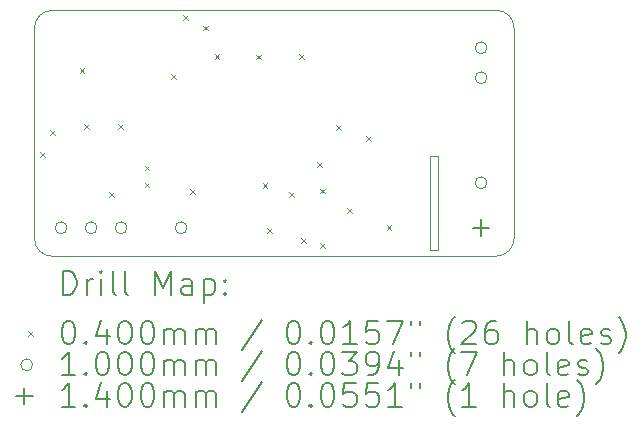
<source format=gbr>
%FSLAX45Y45*%
G04 Gerber Fmt 4.5, Leading zero omitted, Abs format (unit mm)*
G04 Created by KiCad (PCBNEW (5.99.0-10336-g9846076676)) date 2021-04-19 15:00:07*
%MOMM*%
%LPD*%
G01*
G04 APERTURE LIST*
%TA.AperFunction,Profile*%
%ADD10C,0.100000*%
%TD*%
%ADD11C,0.200000*%
%ADD12C,0.040000*%
%ADD13C,0.100000*%
%ADD14C,0.140000*%
G04 APERTURE END LIST*
D10*
X16534700Y-7797000D02*
G75*
G03*
X16684700Y-7647000I0J150000D01*
G01*
X16534700Y-7797000D02*
X12773800Y-7797800D01*
X16684700Y-5865000D02*
X16684700Y-7647000D01*
X16684700Y-5865000D02*
G75*
G03*
X16534700Y-5715000I-150000J0D01*
G01*
X15970000Y-6946500D02*
X16040000Y-6946500D01*
X16040000Y-6946500D02*
X16040000Y-7746500D01*
X16040000Y-7746500D02*
X15970000Y-7746500D01*
X15970000Y-7746500D02*
X15970000Y-6946500D01*
X12623800Y-7647800D02*
G75*
G03*
X12773800Y-7797800I150000J0D01*
G01*
X12773800Y-5715800D02*
X16534700Y-5715000D01*
X12623800Y-7647800D02*
X12623800Y-5865800D01*
X12773800Y-5715800D02*
G75*
G03*
X12623800Y-5865800I0J-150000D01*
G01*
D11*
D12*
X12672090Y-6914240D02*
X12712090Y-6954240D01*
X12712090Y-6914240D02*
X12672090Y-6954240D01*
X12757000Y-6732000D02*
X12797000Y-6772000D01*
X12797000Y-6732000D02*
X12757000Y-6772000D01*
X13007000Y-6207000D02*
X13047000Y-6247000D01*
X13047000Y-6207000D02*
X13007000Y-6247000D01*
X13046420Y-6676889D02*
X13086420Y-6716889D01*
X13086420Y-6676889D02*
X13046420Y-6716889D01*
X13257000Y-7257000D02*
X13297000Y-7297000D01*
X13297000Y-7257000D02*
X13257000Y-7297000D01*
X13332000Y-6682000D02*
X13372000Y-6722000D01*
X13372000Y-6682000D02*
X13332000Y-6722000D01*
X13556470Y-7174110D02*
X13596470Y-7214110D01*
X13596470Y-7174110D02*
X13556470Y-7214110D01*
X13557000Y-7032000D02*
X13597000Y-7072000D01*
X13597000Y-7032000D02*
X13557000Y-7072000D01*
X13782000Y-6257000D02*
X13822000Y-6297000D01*
X13822000Y-6257000D02*
X13782000Y-6297000D01*
X13882000Y-5757000D02*
X13922000Y-5797000D01*
X13922000Y-5757000D02*
X13882000Y-5797000D01*
X13943450Y-7231700D02*
X13983450Y-7271700D01*
X13983450Y-7231700D02*
X13943450Y-7271700D01*
X14050000Y-5846500D02*
X14090000Y-5886500D01*
X14090000Y-5846500D02*
X14050000Y-5886500D01*
X14150000Y-6086500D02*
X14190000Y-6126500D01*
X14190000Y-6086500D02*
X14150000Y-6126500D01*
X14500000Y-6091382D02*
X14540000Y-6131382D01*
X14540000Y-6091382D02*
X14500000Y-6131382D01*
X14557000Y-7182000D02*
X14597000Y-7222000D01*
X14597000Y-7182000D02*
X14557000Y-7222000D01*
X14595300Y-7561900D02*
X14635300Y-7601900D01*
X14635300Y-7561900D02*
X14595300Y-7601900D01*
X14782000Y-7257000D02*
X14822000Y-7297000D01*
X14822000Y-7257000D02*
X14782000Y-7297000D01*
X14866144Y-6084987D02*
X14906144Y-6124987D01*
X14906144Y-6084987D02*
X14866144Y-6124987D01*
X14880000Y-7646500D02*
X14920000Y-7686500D01*
X14920000Y-7646500D02*
X14880000Y-7686500D01*
X15020000Y-7003100D02*
X15060000Y-7043100D01*
X15060000Y-7003100D02*
X15020000Y-7043100D01*
X15040000Y-7226500D02*
X15080000Y-7266500D01*
X15080000Y-7226500D02*
X15040000Y-7266500D01*
X15040000Y-7687250D02*
X15080000Y-7727250D01*
X15080000Y-7687250D02*
X15040000Y-7727250D01*
X15180000Y-6686500D02*
X15220000Y-6726500D01*
X15220000Y-6686500D02*
X15180000Y-6726500D01*
X15271980Y-7393160D02*
X15311980Y-7433160D01*
X15311980Y-7393160D02*
X15271980Y-7433160D01*
X15430000Y-6780000D02*
X15470000Y-6820000D01*
X15470000Y-6780000D02*
X15430000Y-6820000D01*
X15607000Y-7532000D02*
X15647000Y-7572000D01*
X15647000Y-7532000D02*
X15607000Y-7572000D01*
D13*
X12900000Y-7556500D02*
G75*
G03*
X12900000Y-7556500I-50000J0D01*
G01*
X13154000Y-7556500D02*
G75*
G03*
X13154000Y-7556500I-50000J0D01*
G01*
X13408000Y-7556500D02*
G75*
G03*
X13408000Y-7556500I-50000J0D01*
G01*
X13916000Y-7556500D02*
G75*
G03*
X13916000Y-7556500I-50000J0D01*
G01*
X16456000Y-6032500D02*
G75*
G03*
X16456000Y-6032500I-50000J0D01*
G01*
X16456000Y-6286500D02*
G75*
G03*
X16456000Y-6286500I-50000J0D01*
G01*
X16456000Y-7175500D02*
G75*
G03*
X16456000Y-7175500I-50000J0D01*
G01*
D14*
X16406000Y-7486500D02*
X16406000Y-7626500D01*
X16336000Y-7556500D02*
X16476000Y-7556500D01*
D11*
X12866419Y-8123276D02*
X12866419Y-7923276D01*
X12914038Y-7923276D01*
X12942609Y-7932800D01*
X12961657Y-7951848D01*
X12971181Y-7970895D01*
X12980705Y-8008990D01*
X12980705Y-8037562D01*
X12971181Y-8075657D01*
X12961657Y-8094705D01*
X12942609Y-8113752D01*
X12914038Y-8123276D01*
X12866419Y-8123276D01*
X13066419Y-8123276D02*
X13066419Y-7989943D01*
X13066419Y-8028038D02*
X13075943Y-8008990D01*
X13085467Y-7999467D01*
X13104514Y-7989943D01*
X13123562Y-7989943D01*
X13190228Y-8123276D02*
X13190228Y-7989943D01*
X13190228Y-7923276D02*
X13180705Y-7932800D01*
X13190228Y-7942324D01*
X13199752Y-7932800D01*
X13190228Y-7923276D01*
X13190228Y-7942324D01*
X13314038Y-8123276D02*
X13294990Y-8113752D01*
X13285467Y-8094705D01*
X13285467Y-7923276D01*
X13418800Y-8123276D02*
X13399752Y-8113752D01*
X13390228Y-8094705D01*
X13390228Y-7923276D01*
X13647371Y-8123276D02*
X13647371Y-7923276D01*
X13714038Y-8066133D01*
X13780705Y-7923276D01*
X13780705Y-8123276D01*
X13961657Y-8123276D02*
X13961657Y-8018514D01*
X13952133Y-7999467D01*
X13933086Y-7989943D01*
X13894990Y-7989943D01*
X13875943Y-7999467D01*
X13961657Y-8113752D02*
X13942609Y-8123276D01*
X13894990Y-8123276D01*
X13875943Y-8113752D01*
X13866419Y-8094705D01*
X13866419Y-8075657D01*
X13875943Y-8056609D01*
X13894990Y-8047086D01*
X13942609Y-8047086D01*
X13961657Y-8037562D01*
X14056895Y-7989943D02*
X14056895Y-8189943D01*
X14056895Y-7999467D02*
X14075943Y-7989943D01*
X14114038Y-7989943D01*
X14133086Y-7999467D01*
X14142609Y-8008990D01*
X14152133Y-8028038D01*
X14152133Y-8085181D01*
X14142609Y-8104228D01*
X14133086Y-8113752D01*
X14114038Y-8123276D01*
X14075943Y-8123276D01*
X14056895Y-8113752D01*
X14237848Y-8104228D02*
X14247371Y-8113752D01*
X14237848Y-8123276D01*
X14228324Y-8113752D01*
X14237848Y-8104228D01*
X14237848Y-8123276D01*
X14237848Y-7999467D02*
X14247371Y-8008990D01*
X14237848Y-8018514D01*
X14228324Y-8008990D01*
X14237848Y-7999467D01*
X14237848Y-8018514D01*
D12*
X12568800Y-8432800D02*
X12608800Y-8472800D01*
X12608800Y-8432800D02*
X12568800Y-8472800D01*
D11*
X12904514Y-8343276D02*
X12923562Y-8343276D01*
X12942609Y-8352800D01*
X12952133Y-8362324D01*
X12961657Y-8381371D01*
X12971181Y-8419467D01*
X12971181Y-8467086D01*
X12961657Y-8505181D01*
X12952133Y-8524229D01*
X12942609Y-8533752D01*
X12923562Y-8543276D01*
X12904514Y-8543276D01*
X12885467Y-8533752D01*
X12875943Y-8524229D01*
X12866419Y-8505181D01*
X12856895Y-8467086D01*
X12856895Y-8419467D01*
X12866419Y-8381371D01*
X12875943Y-8362324D01*
X12885467Y-8352800D01*
X12904514Y-8343276D01*
X13056895Y-8524229D02*
X13066419Y-8533752D01*
X13056895Y-8543276D01*
X13047371Y-8533752D01*
X13056895Y-8524229D01*
X13056895Y-8543276D01*
X13237848Y-8409943D02*
X13237848Y-8543276D01*
X13190228Y-8333752D02*
X13142609Y-8476610D01*
X13266419Y-8476610D01*
X13380705Y-8343276D02*
X13399752Y-8343276D01*
X13418800Y-8352800D01*
X13428324Y-8362324D01*
X13437848Y-8381371D01*
X13447371Y-8419467D01*
X13447371Y-8467086D01*
X13437848Y-8505181D01*
X13428324Y-8524229D01*
X13418800Y-8533752D01*
X13399752Y-8543276D01*
X13380705Y-8543276D01*
X13361657Y-8533752D01*
X13352133Y-8524229D01*
X13342609Y-8505181D01*
X13333086Y-8467086D01*
X13333086Y-8419467D01*
X13342609Y-8381371D01*
X13352133Y-8362324D01*
X13361657Y-8352800D01*
X13380705Y-8343276D01*
X13571181Y-8343276D02*
X13590228Y-8343276D01*
X13609276Y-8352800D01*
X13618800Y-8362324D01*
X13628324Y-8381371D01*
X13637848Y-8419467D01*
X13637848Y-8467086D01*
X13628324Y-8505181D01*
X13618800Y-8524229D01*
X13609276Y-8533752D01*
X13590228Y-8543276D01*
X13571181Y-8543276D01*
X13552133Y-8533752D01*
X13542609Y-8524229D01*
X13533086Y-8505181D01*
X13523562Y-8467086D01*
X13523562Y-8419467D01*
X13533086Y-8381371D01*
X13542609Y-8362324D01*
X13552133Y-8352800D01*
X13571181Y-8343276D01*
X13723562Y-8543276D02*
X13723562Y-8409943D01*
X13723562Y-8428990D02*
X13733086Y-8419467D01*
X13752133Y-8409943D01*
X13780705Y-8409943D01*
X13799752Y-8419467D01*
X13809276Y-8438514D01*
X13809276Y-8543276D01*
X13809276Y-8438514D02*
X13818800Y-8419467D01*
X13837848Y-8409943D01*
X13866419Y-8409943D01*
X13885467Y-8419467D01*
X13894990Y-8438514D01*
X13894990Y-8543276D01*
X13990228Y-8543276D02*
X13990228Y-8409943D01*
X13990228Y-8428990D02*
X13999752Y-8419467D01*
X14018800Y-8409943D01*
X14047371Y-8409943D01*
X14066419Y-8419467D01*
X14075943Y-8438514D01*
X14075943Y-8543276D01*
X14075943Y-8438514D02*
X14085467Y-8419467D01*
X14104514Y-8409943D01*
X14133086Y-8409943D01*
X14152133Y-8419467D01*
X14161657Y-8438514D01*
X14161657Y-8543276D01*
X14552133Y-8333752D02*
X14380705Y-8590895D01*
X14809276Y-8343276D02*
X14828324Y-8343276D01*
X14847371Y-8352800D01*
X14856895Y-8362324D01*
X14866419Y-8381371D01*
X14875943Y-8419467D01*
X14875943Y-8467086D01*
X14866419Y-8505181D01*
X14856895Y-8524229D01*
X14847371Y-8533752D01*
X14828324Y-8543276D01*
X14809276Y-8543276D01*
X14790228Y-8533752D01*
X14780705Y-8524229D01*
X14771181Y-8505181D01*
X14761657Y-8467086D01*
X14761657Y-8419467D01*
X14771181Y-8381371D01*
X14780705Y-8362324D01*
X14790228Y-8352800D01*
X14809276Y-8343276D01*
X14961657Y-8524229D02*
X14971181Y-8533752D01*
X14961657Y-8543276D01*
X14952133Y-8533752D01*
X14961657Y-8524229D01*
X14961657Y-8543276D01*
X15094990Y-8343276D02*
X15114038Y-8343276D01*
X15133086Y-8352800D01*
X15142609Y-8362324D01*
X15152133Y-8381371D01*
X15161657Y-8419467D01*
X15161657Y-8467086D01*
X15152133Y-8505181D01*
X15142609Y-8524229D01*
X15133086Y-8533752D01*
X15114038Y-8543276D01*
X15094990Y-8543276D01*
X15075943Y-8533752D01*
X15066419Y-8524229D01*
X15056895Y-8505181D01*
X15047371Y-8467086D01*
X15047371Y-8419467D01*
X15056895Y-8381371D01*
X15066419Y-8362324D01*
X15075943Y-8352800D01*
X15094990Y-8343276D01*
X15352133Y-8543276D02*
X15237848Y-8543276D01*
X15294990Y-8543276D02*
X15294990Y-8343276D01*
X15275943Y-8371848D01*
X15256895Y-8390895D01*
X15237848Y-8400419D01*
X15533086Y-8343276D02*
X15437848Y-8343276D01*
X15428324Y-8438514D01*
X15437848Y-8428990D01*
X15456895Y-8419467D01*
X15504514Y-8419467D01*
X15523562Y-8428990D01*
X15533086Y-8438514D01*
X15542609Y-8457562D01*
X15542609Y-8505181D01*
X15533086Y-8524229D01*
X15523562Y-8533752D01*
X15504514Y-8543276D01*
X15456895Y-8543276D01*
X15437848Y-8533752D01*
X15428324Y-8524229D01*
X15609276Y-8343276D02*
X15742609Y-8343276D01*
X15656895Y-8543276D01*
X15809276Y-8343276D02*
X15809276Y-8381371D01*
X15885467Y-8343276D02*
X15885467Y-8381371D01*
X16180705Y-8619467D02*
X16171181Y-8609943D01*
X16152133Y-8581371D01*
X16142609Y-8562324D01*
X16133086Y-8533752D01*
X16123562Y-8486133D01*
X16123562Y-8448038D01*
X16133086Y-8400419D01*
X16142609Y-8371848D01*
X16152133Y-8352800D01*
X16171181Y-8324228D01*
X16180705Y-8314705D01*
X16247371Y-8362324D02*
X16256895Y-8352800D01*
X16275943Y-8343276D01*
X16323562Y-8343276D01*
X16342609Y-8352800D01*
X16352133Y-8362324D01*
X16361657Y-8381371D01*
X16361657Y-8400419D01*
X16352133Y-8428990D01*
X16237848Y-8543276D01*
X16361657Y-8543276D01*
X16533086Y-8343276D02*
X16494990Y-8343276D01*
X16475943Y-8352800D01*
X16466419Y-8362324D01*
X16447371Y-8390895D01*
X16437848Y-8428990D01*
X16437848Y-8505181D01*
X16447371Y-8524229D01*
X16456895Y-8533752D01*
X16475943Y-8543276D01*
X16514038Y-8543276D01*
X16533086Y-8533752D01*
X16542609Y-8524229D01*
X16552133Y-8505181D01*
X16552133Y-8457562D01*
X16542609Y-8438514D01*
X16533086Y-8428990D01*
X16514038Y-8419467D01*
X16475943Y-8419467D01*
X16456895Y-8428990D01*
X16447371Y-8438514D01*
X16437848Y-8457562D01*
X16790229Y-8543276D02*
X16790229Y-8343276D01*
X16875943Y-8543276D02*
X16875943Y-8438514D01*
X16866419Y-8419467D01*
X16847371Y-8409943D01*
X16818800Y-8409943D01*
X16799752Y-8419467D01*
X16790229Y-8428990D01*
X16999752Y-8543276D02*
X16980705Y-8533752D01*
X16971181Y-8524229D01*
X16961657Y-8505181D01*
X16961657Y-8448038D01*
X16971181Y-8428990D01*
X16980705Y-8419467D01*
X16999752Y-8409943D01*
X17028324Y-8409943D01*
X17047371Y-8419467D01*
X17056895Y-8428990D01*
X17066419Y-8448038D01*
X17066419Y-8505181D01*
X17056895Y-8524229D01*
X17047371Y-8533752D01*
X17028324Y-8543276D01*
X16999752Y-8543276D01*
X17180705Y-8543276D02*
X17161657Y-8533752D01*
X17152133Y-8514705D01*
X17152133Y-8343276D01*
X17333086Y-8533752D02*
X17314038Y-8543276D01*
X17275943Y-8543276D01*
X17256895Y-8533752D01*
X17247371Y-8514705D01*
X17247371Y-8438514D01*
X17256895Y-8419467D01*
X17275943Y-8409943D01*
X17314038Y-8409943D01*
X17333086Y-8419467D01*
X17342610Y-8438514D01*
X17342610Y-8457562D01*
X17247371Y-8476610D01*
X17418800Y-8533752D02*
X17437848Y-8543276D01*
X17475943Y-8543276D01*
X17494990Y-8533752D01*
X17504514Y-8514705D01*
X17504514Y-8505181D01*
X17494990Y-8486133D01*
X17475943Y-8476610D01*
X17447371Y-8476610D01*
X17428324Y-8467086D01*
X17418800Y-8448038D01*
X17418800Y-8438514D01*
X17428324Y-8419467D01*
X17447371Y-8409943D01*
X17475943Y-8409943D01*
X17494990Y-8419467D01*
X17571181Y-8619467D02*
X17580705Y-8609943D01*
X17599752Y-8581371D01*
X17609276Y-8562324D01*
X17618800Y-8533752D01*
X17628324Y-8486133D01*
X17628324Y-8448038D01*
X17618800Y-8400419D01*
X17609276Y-8371848D01*
X17599752Y-8352800D01*
X17580705Y-8324228D01*
X17571181Y-8314705D01*
D13*
X12608800Y-8716800D02*
G75*
G03*
X12608800Y-8716800I-50000J0D01*
G01*
D11*
X12971181Y-8807276D02*
X12856895Y-8807276D01*
X12914038Y-8807276D02*
X12914038Y-8607276D01*
X12894990Y-8635848D01*
X12875943Y-8654895D01*
X12856895Y-8664419D01*
X13056895Y-8788229D02*
X13066419Y-8797752D01*
X13056895Y-8807276D01*
X13047371Y-8797752D01*
X13056895Y-8788229D01*
X13056895Y-8807276D01*
X13190228Y-8607276D02*
X13209276Y-8607276D01*
X13228324Y-8616800D01*
X13237848Y-8626324D01*
X13247371Y-8645371D01*
X13256895Y-8683467D01*
X13256895Y-8731086D01*
X13247371Y-8769181D01*
X13237848Y-8788229D01*
X13228324Y-8797752D01*
X13209276Y-8807276D01*
X13190228Y-8807276D01*
X13171181Y-8797752D01*
X13161657Y-8788229D01*
X13152133Y-8769181D01*
X13142609Y-8731086D01*
X13142609Y-8683467D01*
X13152133Y-8645371D01*
X13161657Y-8626324D01*
X13171181Y-8616800D01*
X13190228Y-8607276D01*
X13380705Y-8607276D02*
X13399752Y-8607276D01*
X13418800Y-8616800D01*
X13428324Y-8626324D01*
X13437848Y-8645371D01*
X13447371Y-8683467D01*
X13447371Y-8731086D01*
X13437848Y-8769181D01*
X13428324Y-8788229D01*
X13418800Y-8797752D01*
X13399752Y-8807276D01*
X13380705Y-8807276D01*
X13361657Y-8797752D01*
X13352133Y-8788229D01*
X13342609Y-8769181D01*
X13333086Y-8731086D01*
X13333086Y-8683467D01*
X13342609Y-8645371D01*
X13352133Y-8626324D01*
X13361657Y-8616800D01*
X13380705Y-8607276D01*
X13571181Y-8607276D02*
X13590228Y-8607276D01*
X13609276Y-8616800D01*
X13618800Y-8626324D01*
X13628324Y-8645371D01*
X13637848Y-8683467D01*
X13637848Y-8731086D01*
X13628324Y-8769181D01*
X13618800Y-8788229D01*
X13609276Y-8797752D01*
X13590228Y-8807276D01*
X13571181Y-8807276D01*
X13552133Y-8797752D01*
X13542609Y-8788229D01*
X13533086Y-8769181D01*
X13523562Y-8731086D01*
X13523562Y-8683467D01*
X13533086Y-8645371D01*
X13542609Y-8626324D01*
X13552133Y-8616800D01*
X13571181Y-8607276D01*
X13723562Y-8807276D02*
X13723562Y-8673943D01*
X13723562Y-8692990D02*
X13733086Y-8683467D01*
X13752133Y-8673943D01*
X13780705Y-8673943D01*
X13799752Y-8683467D01*
X13809276Y-8702514D01*
X13809276Y-8807276D01*
X13809276Y-8702514D02*
X13818800Y-8683467D01*
X13837848Y-8673943D01*
X13866419Y-8673943D01*
X13885467Y-8683467D01*
X13894990Y-8702514D01*
X13894990Y-8807276D01*
X13990228Y-8807276D02*
X13990228Y-8673943D01*
X13990228Y-8692990D02*
X13999752Y-8683467D01*
X14018800Y-8673943D01*
X14047371Y-8673943D01*
X14066419Y-8683467D01*
X14075943Y-8702514D01*
X14075943Y-8807276D01*
X14075943Y-8702514D02*
X14085467Y-8683467D01*
X14104514Y-8673943D01*
X14133086Y-8673943D01*
X14152133Y-8683467D01*
X14161657Y-8702514D01*
X14161657Y-8807276D01*
X14552133Y-8597752D02*
X14380705Y-8854895D01*
X14809276Y-8607276D02*
X14828324Y-8607276D01*
X14847371Y-8616800D01*
X14856895Y-8626324D01*
X14866419Y-8645371D01*
X14875943Y-8683467D01*
X14875943Y-8731086D01*
X14866419Y-8769181D01*
X14856895Y-8788229D01*
X14847371Y-8797752D01*
X14828324Y-8807276D01*
X14809276Y-8807276D01*
X14790228Y-8797752D01*
X14780705Y-8788229D01*
X14771181Y-8769181D01*
X14761657Y-8731086D01*
X14761657Y-8683467D01*
X14771181Y-8645371D01*
X14780705Y-8626324D01*
X14790228Y-8616800D01*
X14809276Y-8607276D01*
X14961657Y-8788229D02*
X14971181Y-8797752D01*
X14961657Y-8807276D01*
X14952133Y-8797752D01*
X14961657Y-8788229D01*
X14961657Y-8807276D01*
X15094990Y-8607276D02*
X15114038Y-8607276D01*
X15133086Y-8616800D01*
X15142609Y-8626324D01*
X15152133Y-8645371D01*
X15161657Y-8683467D01*
X15161657Y-8731086D01*
X15152133Y-8769181D01*
X15142609Y-8788229D01*
X15133086Y-8797752D01*
X15114038Y-8807276D01*
X15094990Y-8807276D01*
X15075943Y-8797752D01*
X15066419Y-8788229D01*
X15056895Y-8769181D01*
X15047371Y-8731086D01*
X15047371Y-8683467D01*
X15056895Y-8645371D01*
X15066419Y-8626324D01*
X15075943Y-8616800D01*
X15094990Y-8607276D01*
X15228324Y-8607276D02*
X15352133Y-8607276D01*
X15285467Y-8683467D01*
X15314038Y-8683467D01*
X15333086Y-8692990D01*
X15342609Y-8702514D01*
X15352133Y-8721562D01*
X15352133Y-8769181D01*
X15342609Y-8788229D01*
X15333086Y-8797752D01*
X15314038Y-8807276D01*
X15256895Y-8807276D01*
X15237848Y-8797752D01*
X15228324Y-8788229D01*
X15447371Y-8807276D02*
X15485467Y-8807276D01*
X15504514Y-8797752D01*
X15514038Y-8788229D01*
X15533086Y-8759657D01*
X15542609Y-8721562D01*
X15542609Y-8645371D01*
X15533086Y-8626324D01*
X15523562Y-8616800D01*
X15504514Y-8607276D01*
X15466419Y-8607276D01*
X15447371Y-8616800D01*
X15437848Y-8626324D01*
X15428324Y-8645371D01*
X15428324Y-8692990D01*
X15437848Y-8712038D01*
X15447371Y-8721562D01*
X15466419Y-8731086D01*
X15504514Y-8731086D01*
X15523562Y-8721562D01*
X15533086Y-8712038D01*
X15542609Y-8692990D01*
X15714038Y-8673943D02*
X15714038Y-8807276D01*
X15666419Y-8597752D02*
X15618800Y-8740610D01*
X15742609Y-8740610D01*
X15809276Y-8607276D02*
X15809276Y-8645371D01*
X15885467Y-8607276D02*
X15885467Y-8645371D01*
X16180705Y-8883467D02*
X16171181Y-8873943D01*
X16152133Y-8845371D01*
X16142609Y-8826324D01*
X16133086Y-8797752D01*
X16123562Y-8750133D01*
X16123562Y-8712038D01*
X16133086Y-8664419D01*
X16142609Y-8635848D01*
X16152133Y-8616800D01*
X16171181Y-8588229D01*
X16180705Y-8578705D01*
X16237848Y-8607276D02*
X16371181Y-8607276D01*
X16285467Y-8807276D01*
X16599752Y-8807276D02*
X16599752Y-8607276D01*
X16685467Y-8807276D02*
X16685467Y-8702514D01*
X16675943Y-8683467D01*
X16656895Y-8673943D01*
X16628324Y-8673943D01*
X16609276Y-8683467D01*
X16599752Y-8692990D01*
X16809276Y-8807276D02*
X16790229Y-8797752D01*
X16780705Y-8788229D01*
X16771181Y-8769181D01*
X16771181Y-8712038D01*
X16780705Y-8692990D01*
X16790229Y-8683467D01*
X16809276Y-8673943D01*
X16837848Y-8673943D01*
X16856895Y-8683467D01*
X16866419Y-8692990D01*
X16875943Y-8712038D01*
X16875943Y-8769181D01*
X16866419Y-8788229D01*
X16856895Y-8797752D01*
X16837848Y-8807276D01*
X16809276Y-8807276D01*
X16990229Y-8807276D02*
X16971181Y-8797752D01*
X16961657Y-8778705D01*
X16961657Y-8607276D01*
X17142610Y-8797752D02*
X17123562Y-8807276D01*
X17085467Y-8807276D01*
X17066419Y-8797752D01*
X17056895Y-8778705D01*
X17056895Y-8702514D01*
X17066419Y-8683467D01*
X17085467Y-8673943D01*
X17123562Y-8673943D01*
X17142610Y-8683467D01*
X17152133Y-8702514D01*
X17152133Y-8721562D01*
X17056895Y-8740610D01*
X17228324Y-8797752D02*
X17247371Y-8807276D01*
X17285467Y-8807276D01*
X17304514Y-8797752D01*
X17314038Y-8778705D01*
X17314038Y-8769181D01*
X17304514Y-8750133D01*
X17285467Y-8740610D01*
X17256895Y-8740610D01*
X17237848Y-8731086D01*
X17228324Y-8712038D01*
X17228324Y-8702514D01*
X17237848Y-8683467D01*
X17256895Y-8673943D01*
X17285467Y-8673943D01*
X17304514Y-8683467D01*
X17380705Y-8883467D02*
X17390229Y-8873943D01*
X17409276Y-8845371D01*
X17418800Y-8826324D01*
X17428324Y-8797752D01*
X17437848Y-8750133D01*
X17437848Y-8712038D01*
X17428324Y-8664419D01*
X17418800Y-8635848D01*
X17409276Y-8616800D01*
X17390229Y-8588229D01*
X17380705Y-8578705D01*
D14*
X12538800Y-8910800D02*
X12538800Y-9050800D01*
X12468800Y-8980800D02*
X12608800Y-8980800D01*
D11*
X12971181Y-9071276D02*
X12856895Y-9071276D01*
X12914038Y-9071276D02*
X12914038Y-8871276D01*
X12894990Y-8899848D01*
X12875943Y-8918895D01*
X12856895Y-8928419D01*
X13056895Y-9052229D02*
X13066419Y-9061752D01*
X13056895Y-9071276D01*
X13047371Y-9061752D01*
X13056895Y-9052229D01*
X13056895Y-9071276D01*
X13237848Y-8937943D02*
X13237848Y-9071276D01*
X13190228Y-8861752D02*
X13142609Y-9004610D01*
X13266419Y-9004610D01*
X13380705Y-8871276D02*
X13399752Y-8871276D01*
X13418800Y-8880800D01*
X13428324Y-8890324D01*
X13437848Y-8909371D01*
X13447371Y-8947467D01*
X13447371Y-8995086D01*
X13437848Y-9033181D01*
X13428324Y-9052229D01*
X13418800Y-9061752D01*
X13399752Y-9071276D01*
X13380705Y-9071276D01*
X13361657Y-9061752D01*
X13352133Y-9052229D01*
X13342609Y-9033181D01*
X13333086Y-8995086D01*
X13333086Y-8947467D01*
X13342609Y-8909371D01*
X13352133Y-8890324D01*
X13361657Y-8880800D01*
X13380705Y-8871276D01*
X13571181Y-8871276D02*
X13590228Y-8871276D01*
X13609276Y-8880800D01*
X13618800Y-8890324D01*
X13628324Y-8909371D01*
X13637848Y-8947467D01*
X13637848Y-8995086D01*
X13628324Y-9033181D01*
X13618800Y-9052229D01*
X13609276Y-9061752D01*
X13590228Y-9071276D01*
X13571181Y-9071276D01*
X13552133Y-9061752D01*
X13542609Y-9052229D01*
X13533086Y-9033181D01*
X13523562Y-8995086D01*
X13523562Y-8947467D01*
X13533086Y-8909371D01*
X13542609Y-8890324D01*
X13552133Y-8880800D01*
X13571181Y-8871276D01*
X13723562Y-9071276D02*
X13723562Y-8937943D01*
X13723562Y-8956990D02*
X13733086Y-8947467D01*
X13752133Y-8937943D01*
X13780705Y-8937943D01*
X13799752Y-8947467D01*
X13809276Y-8966514D01*
X13809276Y-9071276D01*
X13809276Y-8966514D02*
X13818800Y-8947467D01*
X13837848Y-8937943D01*
X13866419Y-8937943D01*
X13885467Y-8947467D01*
X13894990Y-8966514D01*
X13894990Y-9071276D01*
X13990228Y-9071276D02*
X13990228Y-8937943D01*
X13990228Y-8956990D02*
X13999752Y-8947467D01*
X14018800Y-8937943D01*
X14047371Y-8937943D01*
X14066419Y-8947467D01*
X14075943Y-8966514D01*
X14075943Y-9071276D01*
X14075943Y-8966514D02*
X14085467Y-8947467D01*
X14104514Y-8937943D01*
X14133086Y-8937943D01*
X14152133Y-8947467D01*
X14161657Y-8966514D01*
X14161657Y-9071276D01*
X14552133Y-8861752D02*
X14380705Y-9118895D01*
X14809276Y-8871276D02*
X14828324Y-8871276D01*
X14847371Y-8880800D01*
X14856895Y-8890324D01*
X14866419Y-8909371D01*
X14875943Y-8947467D01*
X14875943Y-8995086D01*
X14866419Y-9033181D01*
X14856895Y-9052229D01*
X14847371Y-9061752D01*
X14828324Y-9071276D01*
X14809276Y-9071276D01*
X14790228Y-9061752D01*
X14780705Y-9052229D01*
X14771181Y-9033181D01*
X14761657Y-8995086D01*
X14761657Y-8947467D01*
X14771181Y-8909371D01*
X14780705Y-8890324D01*
X14790228Y-8880800D01*
X14809276Y-8871276D01*
X14961657Y-9052229D02*
X14971181Y-9061752D01*
X14961657Y-9071276D01*
X14952133Y-9061752D01*
X14961657Y-9052229D01*
X14961657Y-9071276D01*
X15094990Y-8871276D02*
X15114038Y-8871276D01*
X15133086Y-8880800D01*
X15142609Y-8890324D01*
X15152133Y-8909371D01*
X15161657Y-8947467D01*
X15161657Y-8995086D01*
X15152133Y-9033181D01*
X15142609Y-9052229D01*
X15133086Y-9061752D01*
X15114038Y-9071276D01*
X15094990Y-9071276D01*
X15075943Y-9061752D01*
X15066419Y-9052229D01*
X15056895Y-9033181D01*
X15047371Y-8995086D01*
X15047371Y-8947467D01*
X15056895Y-8909371D01*
X15066419Y-8890324D01*
X15075943Y-8880800D01*
X15094990Y-8871276D01*
X15342609Y-8871276D02*
X15247371Y-8871276D01*
X15237848Y-8966514D01*
X15247371Y-8956990D01*
X15266419Y-8947467D01*
X15314038Y-8947467D01*
X15333086Y-8956990D01*
X15342609Y-8966514D01*
X15352133Y-8985562D01*
X15352133Y-9033181D01*
X15342609Y-9052229D01*
X15333086Y-9061752D01*
X15314038Y-9071276D01*
X15266419Y-9071276D01*
X15247371Y-9061752D01*
X15237848Y-9052229D01*
X15533086Y-8871276D02*
X15437848Y-8871276D01*
X15428324Y-8966514D01*
X15437848Y-8956990D01*
X15456895Y-8947467D01*
X15504514Y-8947467D01*
X15523562Y-8956990D01*
X15533086Y-8966514D01*
X15542609Y-8985562D01*
X15542609Y-9033181D01*
X15533086Y-9052229D01*
X15523562Y-9061752D01*
X15504514Y-9071276D01*
X15456895Y-9071276D01*
X15437848Y-9061752D01*
X15428324Y-9052229D01*
X15733086Y-9071276D02*
X15618800Y-9071276D01*
X15675943Y-9071276D02*
X15675943Y-8871276D01*
X15656895Y-8899848D01*
X15637848Y-8918895D01*
X15618800Y-8928419D01*
X15809276Y-8871276D02*
X15809276Y-8909371D01*
X15885467Y-8871276D02*
X15885467Y-8909371D01*
X16180705Y-9147467D02*
X16171181Y-9137943D01*
X16152133Y-9109371D01*
X16142609Y-9090324D01*
X16133086Y-9061752D01*
X16123562Y-9014133D01*
X16123562Y-8976038D01*
X16133086Y-8928419D01*
X16142609Y-8899848D01*
X16152133Y-8880800D01*
X16171181Y-8852229D01*
X16180705Y-8842705D01*
X16361657Y-9071276D02*
X16247371Y-9071276D01*
X16304514Y-9071276D02*
X16304514Y-8871276D01*
X16285467Y-8899848D01*
X16266419Y-8918895D01*
X16247371Y-8928419D01*
X16599752Y-9071276D02*
X16599752Y-8871276D01*
X16685467Y-9071276D02*
X16685467Y-8966514D01*
X16675943Y-8947467D01*
X16656895Y-8937943D01*
X16628324Y-8937943D01*
X16609276Y-8947467D01*
X16599752Y-8956990D01*
X16809276Y-9071276D02*
X16790229Y-9061752D01*
X16780705Y-9052229D01*
X16771181Y-9033181D01*
X16771181Y-8976038D01*
X16780705Y-8956990D01*
X16790229Y-8947467D01*
X16809276Y-8937943D01*
X16837848Y-8937943D01*
X16856895Y-8947467D01*
X16866419Y-8956990D01*
X16875943Y-8976038D01*
X16875943Y-9033181D01*
X16866419Y-9052229D01*
X16856895Y-9061752D01*
X16837848Y-9071276D01*
X16809276Y-9071276D01*
X16990229Y-9071276D02*
X16971181Y-9061752D01*
X16961657Y-9042705D01*
X16961657Y-8871276D01*
X17142610Y-9061752D02*
X17123562Y-9071276D01*
X17085467Y-9071276D01*
X17066419Y-9061752D01*
X17056895Y-9042705D01*
X17056895Y-8966514D01*
X17066419Y-8947467D01*
X17085467Y-8937943D01*
X17123562Y-8937943D01*
X17142610Y-8947467D01*
X17152133Y-8966514D01*
X17152133Y-8985562D01*
X17056895Y-9004610D01*
X17218800Y-9147467D02*
X17228324Y-9137943D01*
X17247371Y-9109371D01*
X17256895Y-9090324D01*
X17266419Y-9061752D01*
X17275943Y-9014133D01*
X17275943Y-8976038D01*
X17266419Y-8928419D01*
X17256895Y-8899848D01*
X17247371Y-8880800D01*
X17228324Y-8852229D01*
X17218800Y-8842705D01*
M02*

</source>
